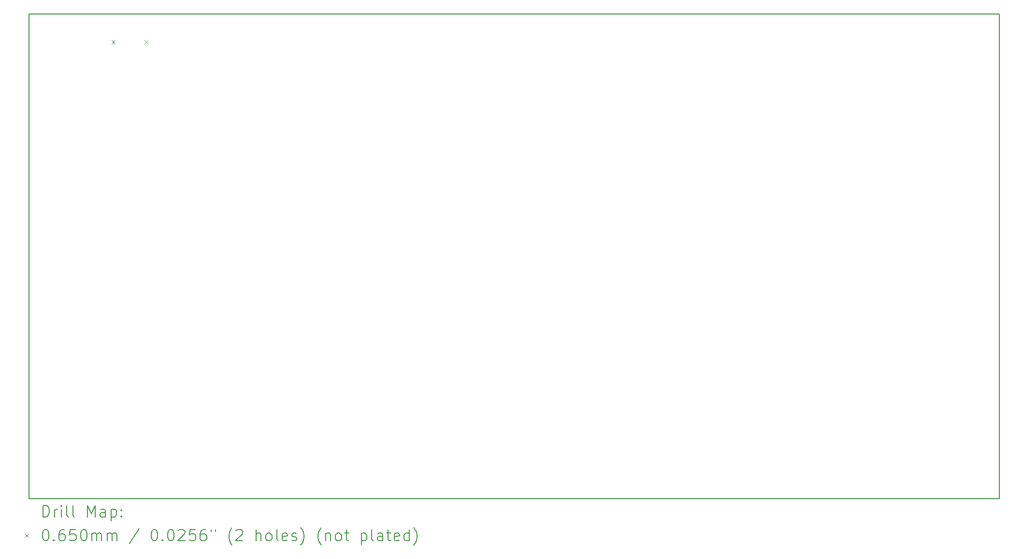
<source format=gbr>
%FSLAX45Y45*%
G04 Gerber Fmt 4.5, Leading zero omitted, Abs format (unit mm)*
G04 Created by KiCad (PCBNEW (6.0.0)) date 2023-05-12 18:21:29*
%MOMM*%
%LPD*%
G01*
G04 APERTURE LIST*
%TA.AperFunction,Profile*%
%ADD10C,0.200000*%
%TD*%
%ADD11C,0.200000*%
%ADD12C,0.065000*%
G04 APERTURE END LIST*
D10*
X5000000Y-4500000D02*
X22000000Y-4500000D01*
X22000000Y-4500000D02*
X22000000Y-13000000D01*
X22000000Y-13000000D02*
X5000000Y-13000000D01*
X5000000Y-13000000D02*
X5000000Y-4500000D01*
D11*
D12*
X6448500Y-4962500D02*
X6513500Y-5027500D01*
X6513500Y-4962500D02*
X6448500Y-5027500D01*
X7026500Y-4962500D02*
X7091500Y-5027500D01*
X7091500Y-4962500D02*
X7026500Y-5027500D01*
D11*
X5247619Y-13320476D02*
X5247619Y-13120476D01*
X5295238Y-13120476D01*
X5323810Y-13130000D01*
X5342857Y-13149048D01*
X5352381Y-13168095D01*
X5361905Y-13206190D01*
X5361905Y-13234762D01*
X5352381Y-13272857D01*
X5342857Y-13291905D01*
X5323810Y-13310952D01*
X5295238Y-13320476D01*
X5247619Y-13320476D01*
X5447619Y-13320476D02*
X5447619Y-13187143D01*
X5447619Y-13225238D02*
X5457143Y-13206190D01*
X5466667Y-13196667D01*
X5485714Y-13187143D01*
X5504762Y-13187143D01*
X5571429Y-13320476D02*
X5571429Y-13187143D01*
X5571429Y-13120476D02*
X5561905Y-13130000D01*
X5571429Y-13139524D01*
X5580952Y-13130000D01*
X5571429Y-13120476D01*
X5571429Y-13139524D01*
X5695238Y-13320476D02*
X5676190Y-13310952D01*
X5666667Y-13291905D01*
X5666667Y-13120476D01*
X5800000Y-13320476D02*
X5780952Y-13310952D01*
X5771428Y-13291905D01*
X5771428Y-13120476D01*
X6028571Y-13320476D02*
X6028571Y-13120476D01*
X6095238Y-13263333D01*
X6161905Y-13120476D01*
X6161905Y-13320476D01*
X6342857Y-13320476D02*
X6342857Y-13215714D01*
X6333333Y-13196667D01*
X6314286Y-13187143D01*
X6276190Y-13187143D01*
X6257143Y-13196667D01*
X6342857Y-13310952D02*
X6323809Y-13320476D01*
X6276190Y-13320476D01*
X6257143Y-13310952D01*
X6247619Y-13291905D01*
X6247619Y-13272857D01*
X6257143Y-13253809D01*
X6276190Y-13244286D01*
X6323809Y-13244286D01*
X6342857Y-13234762D01*
X6438095Y-13187143D02*
X6438095Y-13387143D01*
X6438095Y-13196667D02*
X6457143Y-13187143D01*
X6495238Y-13187143D01*
X6514286Y-13196667D01*
X6523809Y-13206190D01*
X6533333Y-13225238D01*
X6533333Y-13282381D01*
X6523809Y-13301428D01*
X6514286Y-13310952D01*
X6495238Y-13320476D01*
X6457143Y-13320476D01*
X6438095Y-13310952D01*
X6619048Y-13301428D02*
X6628571Y-13310952D01*
X6619048Y-13320476D01*
X6609524Y-13310952D01*
X6619048Y-13301428D01*
X6619048Y-13320476D01*
X6619048Y-13196667D02*
X6628571Y-13206190D01*
X6619048Y-13215714D01*
X6609524Y-13206190D01*
X6619048Y-13196667D01*
X6619048Y-13215714D01*
D12*
X4925000Y-13617500D02*
X4990000Y-13682500D01*
X4990000Y-13617500D02*
X4925000Y-13682500D01*
D11*
X5285714Y-13540476D02*
X5304762Y-13540476D01*
X5323810Y-13550000D01*
X5333333Y-13559524D01*
X5342857Y-13578571D01*
X5352381Y-13616667D01*
X5352381Y-13664286D01*
X5342857Y-13702381D01*
X5333333Y-13721428D01*
X5323810Y-13730952D01*
X5304762Y-13740476D01*
X5285714Y-13740476D01*
X5266667Y-13730952D01*
X5257143Y-13721428D01*
X5247619Y-13702381D01*
X5238095Y-13664286D01*
X5238095Y-13616667D01*
X5247619Y-13578571D01*
X5257143Y-13559524D01*
X5266667Y-13550000D01*
X5285714Y-13540476D01*
X5438095Y-13721428D02*
X5447619Y-13730952D01*
X5438095Y-13740476D01*
X5428571Y-13730952D01*
X5438095Y-13721428D01*
X5438095Y-13740476D01*
X5619048Y-13540476D02*
X5580952Y-13540476D01*
X5561905Y-13550000D01*
X5552381Y-13559524D01*
X5533333Y-13588095D01*
X5523810Y-13626190D01*
X5523810Y-13702381D01*
X5533333Y-13721428D01*
X5542857Y-13730952D01*
X5561905Y-13740476D01*
X5600000Y-13740476D01*
X5619048Y-13730952D01*
X5628571Y-13721428D01*
X5638095Y-13702381D01*
X5638095Y-13654762D01*
X5628571Y-13635714D01*
X5619048Y-13626190D01*
X5600000Y-13616667D01*
X5561905Y-13616667D01*
X5542857Y-13626190D01*
X5533333Y-13635714D01*
X5523810Y-13654762D01*
X5819048Y-13540476D02*
X5723809Y-13540476D01*
X5714286Y-13635714D01*
X5723809Y-13626190D01*
X5742857Y-13616667D01*
X5790476Y-13616667D01*
X5809524Y-13626190D01*
X5819048Y-13635714D01*
X5828571Y-13654762D01*
X5828571Y-13702381D01*
X5819048Y-13721428D01*
X5809524Y-13730952D01*
X5790476Y-13740476D01*
X5742857Y-13740476D01*
X5723809Y-13730952D01*
X5714286Y-13721428D01*
X5952381Y-13540476D02*
X5971428Y-13540476D01*
X5990476Y-13550000D01*
X6000000Y-13559524D01*
X6009524Y-13578571D01*
X6019048Y-13616667D01*
X6019048Y-13664286D01*
X6009524Y-13702381D01*
X6000000Y-13721428D01*
X5990476Y-13730952D01*
X5971428Y-13740476D01*
X5952381Y-13740476D01*
X5933333Y-13730952D01*
X5923809Y-13721428D01*
X5914286Y-13702381D01*
X5904762Y-13664286D01*
X5904762Y-13616667D01*
X5914286Y-13578571D01*
X5923809Y-13559524D01*
X5933333Y-13550000D01*
X5952381Y-13540476D01*
X6104762Y-13740476D02*
X6104762Y-13607143D01*
X6104762Y-13626190D02*
X6114286Y-13616667D01*
X6133333Y-13607143D01*
X6161905Y-13607143D01*
X6180952Y-13616667D01*
X6190476Y-13635714D01*
X6190476Y-13740476D01*
X6190476Y-13635714D02*
X6200000Y-13616667D01*
X6219048Y-13607143D01*
X6247619Y-13607143D01*
X6266667Y-13616667D01*
X6276190Y-13635714D01*
X6276190Y-13740476D01*
X6371428Y-13740476D02*
X6371428Y-13607143D01*
X6371428Y-13626190D02*
X6380952Y-13616667D01*
X6400000Y-13607143D01*
X6428571Y-13607143D01*
X6447619Y-13616667D01*
X6457143Y-13635714D01*
X6457143Y-13740476D01*
X6457143Y-13635714D02*
X6466667Y-13616667D01*
X6485714Y-13607143D01*
X6514286Y-13607143D01*
X6533333Y-13616667D01*
X6542857Y-13635714D01*
X6542857Y-13740476D01*
X6933333Y-13530952D02*
X6761905Y-13788095D01*
X7190476Y-13540476D02*
X7209524Y-13540476D01*
X7228571Y-13550000D01*
X7238095Y-13559524D01*
X7247619Y-13578571D01*
X7257143Y-13616667D01*
X7257143Y-13664286D01*
X7247619Y-13702381D01*
X7238095Y-13721428D01*
X7228571Y-13730952D01*
X7209524Y-13740476D01*
X7190476Y-13740476D01*
X7171428Y-13730952D01*
X7161905Y-13721428D01*
X7152381Y-13702381D01*
X7142857Y-13664286D01*
X7142857Y-13616667D01*
X7152381Y-13578571D01*
X7161905Y-13559524D01*
X7171428Y-13550000D01*
X7190476Y-13540476D01*
X7342857Y-13721428D02*
X7352381Y-13730952D01*
X7342857Y-13740476D01*
X7333333Y-13730952D01*
X7342857Y-13721428D01*
X7342857Y-13740476D01*
X7476190Y-13540476D02*
X7495238Y-13540476D01*
X7514286Y-13550000D01*
X7523809Y-13559524D01*
X7533333Y-13578571D01*
X7542857Y-13616667D01*
X7542857Y-13664286D01*
X7533333Y-13702381D01*
X7523809Y-13721428D01*
X7514286Y-13730952D01*
X7495238Y-13740476D01*
X7476190Y-13740476D01*
X7457143Y-13730952D01*
X7447619Y-13721428D01*
X7438095Y-13702381D01*
X7428571Y-13664286D01*
X7428571Y-13616667D01*
X7438095Y-13578571D01*
X7447619Y-13559524D01*
X7457143Y-13550000D01*
X7476190Y-13540476D01*
X7619048Y-13559524D02*
X7628571Y-13550000D01*
X7647619Y-13540476D01*
X7695238Y-13540476D01*
X7714286Y-13550000D01*
X7723809Y-13559524D01*
X7733333Y-13578571D01*
X7733333Y-13597619D01*
X7723809Y-13626190D01*
X7609524Y-13740476D01*
X7733333Y-13740476D01*
X7914286Y-13540476D02*
X7819048Y-13540476D01*
X7809524Y-13635714D01*
X7819048Y-13626190D01*
X7838095Y-13616667D01*
X7885714Y-13616667D01*
X7904762Y-13626190D01*
X7914286Y-13635714D01*
X7923809Y-13654762D01*
X7923809Y-13702381D01*
X7914286Y-13721428D01*
X7904762Y-13730952D01*
X7885714Y-13740476D01*
X7838095Y-13740476D01*
X7819048Y-13730952D01*
X7809524Y-13721428D01*
X8095238Y-13540476D02*
X8057143Y-13540476D01*
X8038095Y-13550000D01*
X8028571Y-13559524D01*
X8009524Y-13588095D01*
X8000000Y-13626190D01*
X8000000Y-13702381D01*
X8009524Y-13721428D01*
X8019048Y-13730952D01*
X8038095Y-13740476D01*
X8076190Y-13740476D01*
X8095238Y-13730952D01*
X8104762Y-13721428D01*
X8114286Y-13702381D01*
X8114286Y-13654762D01*
X8104762Y-13635714D01*
X8095238Y-13626190D01*
X8076190Y-13616667D01*
X8038095Y-13616667D01*
X8019048Y-13626190D01*
X8009524Y-13635714D01*
X8000000Y-13654762D01*
X8190476Y-13540476D02*
X8190476Y-13578571D01*
X8266667Y-13540476D02*
X8266667Y-13578571D01*
X8561905Y-13816667D02*
X8552381Y-13807143D01*
X8533333Y-13778571D01*
X8523810Y-13759524D01*
X8514286Y-13730952D01*
X8504762Y-13683333D01*
X8504762Y-13645238D01*
X8514286Y-13597619D01*
X8523810Y-13569048D01*
X8533333Y-13550000D01*
X8552381Y-13521428D01*
X8561905Y-13511905D01*
X8628571Y-13559524D02*
X8638095Y-13550000D01*
X8657143Y-13540476D01*
X8704762Y-13540476D01*
X8723810Y-13550000D01*
X8733333Y-13559524D01*
X8742857Y-13578571D01*
X8742857Y-13597619D01*
X8733333Y-13626190D01*
X8619048Y-13740476D01*
X8742857Y-13740476D01*
X8980952Y-13740476D02*
X8980952Y-13540476D01*
X9066667Y-13740476D02*
X9066667Y-13635714D01*
X9057143Y-13616667D01*
X9038095Y-13607143D01*
X9009524Y-13607143D01*
X8990476Y-13616667D01*
X8980952Y-13626190D01*
X9190476Y-13740476D02*
X9171429Y-13730952D01*
X9161905Y-13721428D01*
X9152381Y-13702381D01*
X9152381Y-13645238D01*
X9161905Y-13626190D01*
X9171429Y-13616667D01*
X9190476Y-13607143D01*
X9219048Y-13607143D01*
X9238095Y-13616667D01*
X9247619Y-13626190D01*
X9257143Y-13645238D01*
X9257143Y-13702381D01*
X9247619Y-13721428D01*
X9238095Y-13730952D01*
X9219048Y-13740476D01*
X9190476Y-13740476D01*
X9371429Y-13740476D02*
X9352381Y-13730952D01*
X9342857Y-13711905D01*
X9342857Y-13540476D01*
X9523810Y-13730952D02*
X9504762Y-13740476D01*
X9466667Y-13740476D01*
X9447619Y-13730952D01*
X9438095Y-13711905D01*
X9438095Y-13635714D01*
X9447619Y-13616667D01*
X9466667Y-13607143D01*
X9504762Y-13607143D01*
X9523810Y-13616667D01*
X9533333Y-13635714D01*
X9533333Y-13654762D01*
X9438095Y-13673809D01*
X9609524Y-13730952D02*
X9628571Y-13740476D01*
X9666667Y-13740476D01*
X9685714Y-13730952D01*
X9695238Y-13711905D01*
X9695238Y-13702381D01*
X9685714Y-13683333D01*
X9666667Y-13673809D01*
X9638095Y-13673809D01*
X9619048Y-13664286D01*
X9609524Y-13645238D01*
X9609524Y-13635714D01*
X9619048Y-13616667D01*
X9638095Y-13607143D01*
X9666667Y-13607143D01*
X9685714Y-13616667D01*
X9761905Y-13816667D02*
X9771429Y-13807143D01*
X9790476Y-13778571D01*
X9800000Y-13759524D01*
X9809524Y-13730952D01*
X9819048Y-13683333D01*
X9819048Y-13645238D01*
X9809524Y-13597619D01*
X9800000Y-13569048D01*
X9790476Y-13550000D01*
X9771429Y-13521428D01*
X9761905Y-13511905D01*
X10123810Y-13816667D02*
X10114286Y-13807143D01*
X10095238Y-13778571D01*
X10085714Y-13759524D01*
X10076190Y-13730952D01*
X10066667Y-13683333D01*
X10066667Y-13645238D01*
X10076190Y-13597619D01*
X10085714Y-13569048D01*
X10095238Y-13550000D01*
X10114286Y-13521428D01*
X10123810Y-13511905D01*
X10200000Y-13607143D02*
X10200000Y-13740476D01*
X10200000Y-13626190D02*
X10209524Y-13616667D01*
X10228571Y-13607143D01*
X10257143Y-13607143D01*
X10276190Y-13616667D01*
X10285714Y-13635714D01*
X10285714Y-13740476D01*
X10409524Y-13740476D02*
X10390476Y-13730952D01*
X10380952Y-13721428D01*
X10371429Y-13702381D01*
X10371429Y-13645238D01*
X10380952Y-13626190D01*
X10390476Y-13616667D01*
X10409524Y-13607143D01*
X10438095Y-13607143D01*
X10457143Y-13616667D01*
X10466667Y-13626190D01*
X10476190Y-13645238D01*
X10476190Y-13702381D01*
X10466667Y-13721428D01*
X10457143Y-13730952D01*
X10438095Y-13740476D01*
X10409524Y-13740476D01*
X10533333Y-13607143D02*
X10609524Y-13607143D01*
X10561905Y-13540476D02*
X10561905Y-13711905D01*
X10571429Y-13730952D01*
X10590476Y-13740476D01*
X10609524Y-13740476D01*
X10828571Y-13607143D02*
X10828571Y-13807143D01*
X10828571Y-13616667D02*
X10847619Y-13607143D01*
X10885714Y-13607143D01*
X10904762Y-13616667D01*
X10914286Y-13626190D01*
X10923810Y-13645238D01*
X10923810Y-13702381D01*
X10914286Y-13721428D01*
X10904762Y-13730952D01*
X10885714Y-13740476D01*
X10847619Y-13740476D01*
X10828571Y-13730952D01*
X11038095Y-13740476D02*
X11019048Y-13730952D01*
X11009524Y-13711905D01*
X11009524Y-13540476D01*
X11200000Y-13740476D02*
X11200000Y-13635714D01*
X11190476Y-13616667D01*
X11171429Y-13607143D01*
X11133333Y-13607143D01*
X11114286Y-13616667D01*
X11200000Y-13730952D02*
X11180952Y-13740476D01*
X11133333Y-13740476D01*
X11114286Y-13730952D01*
X11104762Y-13711905D01*
X11104762Y-13692857D01*
X11114286Y-13673809D01*
X11133333Y-13664286D01*
X11180952Y-13664286D01*
X11200000Y-13654762D01*
X11266667Y-13607143D02*
X11342857Y-13607143D01*
X11295238Y-13540476D02*
X11295238Y-13711905D01*
X11304762Y-13730952D01*
X11323809Y-13740476D01*
X11342857Y-13740476D01*
X11485714Y-13730952D02*
X11466667Y-13740476D01*
X11428571Y-13740476D01*
X11409524Y-13730952D01*
X11400000Y-13711905D01*
X11400000Y-13635714D01*
X11409524Y-13616667D01*
X11428571Y-13607143D01*
X11466667Y-13607143D01*
X11485714Y-13616667D01*
X11495238Y-13635714D01*
X11495238Y-13654762D01*
X11400000Y-13673809D01*
X11666667Y-13740476D02*
X11666667Y-13540476D01*
X11666667Y-13730952D02*
X11647619Y-13740476D01*
X11609524Y-13740476D01*
X11590476Y-13730952D01*
X11580952Y-13721428D01*
X11571428Y-13702381D01*
X11571428Y-13645238D01*
X11580952Y-13626190D01*
X11590476Y-13616667D01*
X11609524Y-13607143D01*
X11647619Y-13607143D01*
X11666667Y-13616667D01*
X11742857Y-13816667D02*
X11752381Y-13807143D01*
X11771428Y-13778571D01*
X11780952Y-13759524D01*
X11790476Y-13730952D01*
X11800000Y-13683333D01*
X11800000Y-13645238D01*
X11790476Y-13597619D01*
X11780952Y-13569048D01*
X11771428Y-13550000D01*
X11752381Y-13521428D01*
X11742857Y-13511905D01*
M02*

</source>
